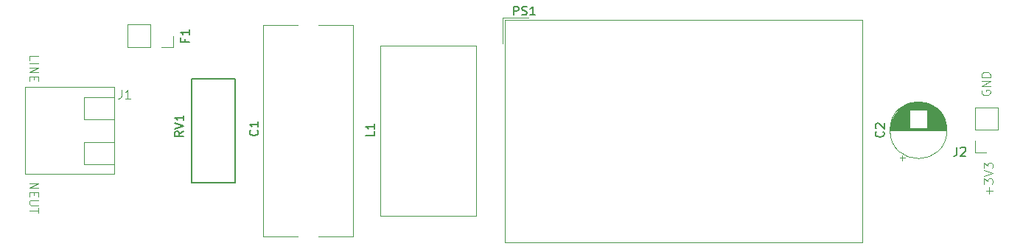
<source format=gbr>
%TF.GenerationSoftware,KiCad,Pcbnew,8.0.0*%
%TF.CreationDate,2024-12-16T23:26:22-03:00*%
%TF.ProjectId,AC220vtoDC3v3,41433232-3076-4746-9f44-433376332e6b,rev?*%
%TF.SameCoordinates,Original*%
%TF.FileFunction,Legend,Top*%
%TF.FilePolarity,Positive*%
%FSLAX46Y46*%
G04 Gerber Fmt 4.6, Leading zero omitted, Abs format (unit mm)*
G04 Created by KiCad (PCBNEW 8.0.0) date 2024-12-16 23:26:22*
%MOMM*%
%LPD*%
G01*
G04 APERTURE LIST*
%ADD10C,0.100000*%
%ADD11C,0.150000*%
%ADD12C,0.120000*%
G04 APERTURE END LIST*
D10*
X47487580Y-51993884D02*
X48487580Y-51993884D01*
X48487580Y-51993884D02*
X47487580Y-52565312D01*
X47487580Y-52565312D02*
X48487580Y-52565312D01*
X48011390Y-53041503D02*
X48011390Y-53374836D01*
X47487580Y-53517693D02*
X47487580Y-53041503D01*
X47487580Y-53041503D02*
X48487580Y-53041503D01*
X48487580Y-53041503D02*
X48487580Y-53517693D01*
X48487580Y-53946265D02*
X47678057Y-53946265D01*
X47678057Y-53946265D02*
X47582819Y-53993884D01*
X47582819Y-53993884D02*
X47535200Y-54041503D01*
X47535200Y-54041503D02*
X47487580Y-54136741D01*
X47487580Y-54136741D02*
X47487580Y-54327217D01*
X47487580Y-54327217D02*
X47535200Y-54422455D01*
X47535200Y-54422455D02*
X47582819Y-54470074D01*
X47582819Y-54470074D02*
X47678057Y-54517693D01*
X47678057Y-54517693D02*
X48487580Y-54517693D01*
X48487580Y-54851027D02*
X48487580Y-55422455D01*
X47487580Y-55136741D02*
X48487580Y-55136741D01*
X47487580Y-37890074D02*
X47487580Y-37413884D01*
X47487580Y-37413884D02*
X48487580Y-37413884D01*
X47487580Y-38223408D02*
X48487580Y-38223408D01*
X47487580Y-38699598D02*
X48487580Y-38699598D01*
X48487580Y-38699598D02*
X47487580Y-39271026D01*
X47487580Y-39271026D02*
X48487580Y-39271026D01*
X48011390Y-39747217D02*
X48011390Y-40080550D01*
X47487580Y-40223407D02*
X47487580Y-39747217D01*
X47487580Y-39747217D02*
X48487580Y-39747217D01*
X48487580Y-39747217D02*
X48487580Y-40223407D01*
X156910038Y-41312306D02*
X156862419Y-41407544D01*
X156862419Y-41407544D02*
X156862419Y-41550401D01*
X156862419Y-41550401D02*
X156910038Y-41693258D01*
X156910038Y-41693258D02*
X157005276Y-41788496D01*
X157005276Y-41788496D02*
X157100514Y-41836115D01*
X157100514Y-41836115D02*
X157290990Y-41883734D01*
X157290990Y-41883734D02*
X157433847Y-41883734D01*
X157433847Y-41883734D02*
X157624323Y-41836115D01*
X157624323Y-41836115D02*
X157719561Y-41788496D01*
X157719561Y-41788496D02*
X157814800Y-41693258D01*
X157814800Y-41693258D02*
X157862419Y-41550401D01*
X157862419Y-41550401D02*
X157862419Y-41455163D01*
X157862419Y-41455163D02*
X157814800Y-41312306D01*
X157814800Y-41312306D02*
X157767180Y-41264687D01*
X157767180Y-41264687D02*
X157433847Y-41264687D01*
X157433847Y-41264687D02*
X157433847Y-41455163D01*
X157862419Y-40836115D02*
X156862419Y-40836115D01*
X156862419Y-40836115D02*
X157862419Y-40264687D01*
X157862419Y-40264687D02*
X156862419Y-40264687D01*
X157862419Y-39788496D02*
X156862419Y-39788496D01*
X156862419Y-39788496D02*
X156862419Y-39550401D01*
X156862419Y-39550401D02*
X156910038Y-39407544D01*
X156910038Y-39407544D02*
X157005276Y-39312306D01*
X157005276Y-39312306D02*
X157100514Y-39264687D01*
X157100514Y-39264687D02*
X157290990Y-39217068D01*
X157290990Y-39217068D02*
X157433847Y-39217068D01*
X157433847Y-39217068D02*
X157624323Y-39264687D01*
X157624323Y-39264687D02*
X157719561Y-39312306D01*
X157719561Y-39312306D02*
X157814800Y-39407544D01*
X157814800Y-39407544D02*
X157862419Y-39550401D01*
X157862419Y-39550401D02*
X157862419Y-39788496D01*
X157771466Y-53226115D02*
X157771466Y-52464211D01*
X158152419Y-52845163D02*
X157390514Y-52845163D01*
X157152419Y-52083258D02*
X157152419Y-51464211D01*
X157152419Y-51464211D02*
X157533371Y-51797544D01*
X157533371Y-51797544D02*
X157533371Y-51654687D01*
X157533371Y-51654687D02*
X157580990Y-51559449D01*
X157580990Y-51559449D02*
X157628609Y-51511830D01*
X157628609Y-51511830D02*
X157723847Y-51464211D01*
X157723847Y-51464211D02*
X157961942Y-51464211D01*
X157961942Y-51464211D02*
X158057180Y-51511830D01*
X158057180Y-51511830D02*
X158104800Y-51559449D01*
X158104800Y-51559449D02*
X158152419Y-51654687D01*
X158152419Y-51654687D02*
X158152419Y-51940401D01*
X158152419Y-51940401D02*
X158104800Y-52035639D01*
X158104800Y-52035639D02*
X158057180Y-52083258D01*
X157152419Y-51178496D02*
X158152419Y-50845163D01*
X158152419Y-50845163D02*
X157152419Y-50511830D01*
X157152419Y-50273734D02*
X157152419Y-49654687D01*
X157152419Y-49654687D02*
X157533371Y-49988020D01*
X157533371Y-49988020D02*
X157533371Y-49845163D01*
X157533371Y-49845163D02*
X157580990Y-49749925D01*
X157580990Y-49749925D02*
X157628609Y-49702306D01*
X157628609Y-49702306D02*
X157723847Y-49654687D01*
X157723847Y-49654687D02*
X157961942Y-49654687D01*
X157961942Y-49654687D02*
X158057180Y-49702306D01*
X158057180Y-49702306D02*
X158104800Y-49749925D01*
X158104800Y-49749925D02*
X158152419Y-49845163D01*
X158152419Y-49845163D02*
X158152419Y-50130877D01*
X158152419Y-50130877D02*
X158104800Y-50226115D01*
X158104800Y-50226115D02*
X158057180Y-50273734D01*
D11*
X87134819Y-46046666D02*
X87134819Y-46522856D01*
X87134819Y-46522856D02*
X86134819Y-46522856D01*
X87134819Y-45189523D02*
X87134819Y-45760951D01*
X87134819Y-45475237D02*
X86134819Y-45475237D01*
X86134819Y-45475237D02*
X86277676Y-45570475D01*
X86277676Y-45570475D02*
X86372914Y-45665713D01*
X86372914Y-45665713D02*
X86420533Y-45760951D01*
X145579580Y-46059046D02*
X145627200Y-46106665D01*
X145627200Y-46106665D02*
X145674819Y-46249522D01*
X145674819Y-46249522D02*
X145674819Y-46344760D01*
X145674819Y-46344760D02*
X145627200Y-46487617D01*
X145627200Y-46487617D02*
X145531961Y-46582855D01*
X145531961Y-46582855D02*
X145436723Y-46630474D01*
X145436723Y-46630474D02*
X145246247Y-46678093D01*
X145246247Y-46678093D02*
X145103390Y-46678093D01*
X145103390Y-46678093D02*
X144912914Y-46630474D01*
X144912914Y-46630474D02*
X144817676Y-46582855D01*
X144817676Y-46582855D02*
X144722438Y-46487617D01*
X144722438Y-46487617D02*
X144674819Y-46344760D01*
X144674819Y-46344760D02*
X144674819Y-46249522D01*
X144674819Y-46249522D02*
X144722438Y-46106665D01*
X144722438Y-46106665D02*
X144770057Y-46059046D01*
X144770057Y-45678093D02*
X144722438Y-45630474D01*
X144722438Y-45630474D02*
X144674819Y-45535236D01*
X144674819Y-45535236D02*
X144674819Y-45297141D01*
X144674819Y-45297141D02*
X144722438Y-45201903D01*
X144722438Y-45201903D02*
X144770057Y-45154284D01*
X144770057Y-45154284D02*
X144865295Y-45106665D01*
X144865295Y-45106665D02*
X144960533Y-45106665D01*
X144960533Y-45106665D02*
X145103390Y-45154284D01*
X145103390Y-45154284D02*
X145674819Y-45725712D01*
X145674819Y-45725712D02*
X145674819Y-45106665D01*
X65194819Y-46015238D02*
X64718628Y-46348571D01*
X65194819Y-46586666D02*
X64194819Y-46586666D01*
X64194819Y-46586666D02*
X64194819Y-46205714D01*
X64194819Y-46205714D02*
X64242438Y-46110476D01*
X64242438Y-46110476D02*
X64290057Y-46062857D01*
X64290057Y-46062857D02*
X64385295Y-46015238D01*
X64385295Y-46015238D02*
X64528152Y-46015238D01*
X64528152Y-46015238D02*
X64623390Y-46062857D01*
X64623390Y-46062857D02*
X64671009Y-46110476D01*
X64671009Y-46110476D02*
X64718628Y-46205714D01*
X64718628Y-46205714D02*
X64718628Y-46586666D01*
X64194819Y-45729523D02*
X65194819Y-45396190D01*
X65194819Y-45396190D02*
X64194819Y-45062857D01*
X65194819Y-44205714D02*
X65194819Y-44777142D01*
X65194819Y-44491428D02*
X64194819Y-44491428D01*
X64194819Y-44491428D02*
X64337676Y-44586666D01*
X64337676Y-44586666D02*
X64432914Y-44681904D01*
X64432914Y-44681904D02*
X64480533Y-44777142D01*
X65341009Y-35393333D02*
X65341009Y-35726666D01*
X65864819Y-35726666D02*
X64864819Y-35726666D01*
X64864819Y-35726666D02*
X64864819Y-35250476D01*
X65864819Y-34345714D02*
X65864819Y-34917142D01*
X65864819Y-34631428D02*
X64864819Y-34631428D01*
X64864819Y-34631428D02*
X65007676Y-34726666D01*
X65007676Y-34726666D02*
X65102914Y-34821904D01*
X65102914Y-34821904D02*
X65150533Y-34917142D01*
X154036666Y-47864819D02*
X154036666Y-48579104D01*
X154036666Y-48579104D02*
X153989047Y-48721961D01*
X153989047Y-48721961D02*
X153893809Y-48817200D01*
X153893809Y-48817200D02*
X153750952Y-48864819D01*
X153750952Y-48864819D02*
X153655714Y-48864819D01*
X154465238Y-47960057D02*
X154512857Y-47912438D01*
X154512857Y-47912438D02*
X154608095Y-47864819D01*
X154608095Y-47864819D02*
X154846190Y-47864819D01*
X154846190Y-47864819D02*
X154941428Y-47912438D01*
X154941428Y-47912438D02*
X154989047Y-47960057D01*
X154989047Y-47960057D02*
X155036666Y-48055295D01*
X155036666Y-48055295D02*
X155036666Y-48150533D01*
X155036666Y-48150533D02*
X154989047Y-48293390D01*
X154989047Y-48293390D02*
X154417619Y-48864819D01*
X154417619Y-48864819D02*
X155036666Y-48864819D01*
X73689580Y-45896666D02*
X73737200Y-45944285D01*
X73737200Y-45944285D02*
X73784819Y-46087142D01*
X73784819Y-46087142D02*
X73784819Y-46182380D01*
X73784819Y-46182380D02*
X73737200Y-46325237D01*
X73737200Y-46325237D02*
X73641961Y-46420475D01*
X73641961Y-46420475D02*
X73546723Y-46468094D01*
X73546723Y-46468094D02*
X73356247Y-46515713D01*
X73356247Y-46515713D02*
X73213390Y-46515713D01*
X73213390Y-46515713D02*
X73022914Y-46468094D01*
X73022914Y-46468094D02*
X72927676Y-46420475D01*
X72927676Y-46420475D02*
X72832438Y-46325237D01*
X72832438Y-46325237D02*
X72784819Y-46182380D01*
X72784819Y-46182380D02*
X72784819Y-46087142D01*
X72784819Y-46087142D02*
X72832438Y-45944285D01*
X72832438Y-45944285D02*
X72880057Y-45896666D01*
X73784819Y-44944285D02*
X73784819Y-45515713D01*
X73784819Y-45229999D02*
X72784819Y-45229999D01*
X72784819Y-45229999D02*
X72927676Y-45325237D01*
X72927676Y-45325237D02*
X73022914Y-45420475D01*
X73022914Y-45420475D02*
X73070533Y-45515713D01*
D10*
X58056666Y-41247419D02*
X58056666Y-41961704D01*
X58056666Y-41961704D02*
X58009047Y-42104561D01*
X58009047Y-42104561D02*
X57913809Y-42199800D01*
X57913809Y-42199800D02*
X57770952Y-42247419D01*
X57770952Y-42247419D02*
X57675714Y-42247419D01*
X59056666Y-42247419D02*
X58485238Y-42247419D01*
X58770952Y-42247419D02*
X58770952Y-41247419D01*
X58770952Y-41247419D02*
X58675714Y-41390276D01*
X58675714Y-41390276D02*
X58580476Y-41485514D01*
X58580476Y-41485514D02*
X58485238Y-41533133D01*
D11*
X103121964Y-32667319D02*
X103121964Y-31667319D01*
X103121964Y-31667319D02*
X103502916Y-31667319D01*
X103502916Y-31667319D02*
X103598154Y-31714938D01*
X103598154Y-31714938D02*
X103645773Y-31762557D01*
X103645773Y-31762557D02*
X103693392Y-31857795D01*
X103693392Y-31857795D02*
X103693392Y-32000652D01*
X103693392Y-32000652D02*
X103645773Y-32095890D01*
X103645773Y-32095890D02*
X103598154Y-32143509D01*
X103598154Y-32143509D02*
X103502916Y-32191128D01*
X103502916Y-32191128D02*
X103121964Y-32191128D01*
X104074345Y-32619700D02*
X104217202Y-32667319D01*
X104217202Y-32667319D02*
X104455297Y-32667319D01*
X104455297Y-32667319D02*
X104550535Y-32619700D01*
X104550535Y-32619700D02*
X104598154Y-32572080D01*
X104598154Y-32572080D02*
X104645773Y-32476842D01*
X104645773Y-32476842D02*
X104645773Y-32381604D01*
X104645773Y-32381604D02*
X104598154Y-32286366D01*
X104598154Y-32286366D02*
X104550535Y-32238747D01*
X104550535Y-32238747D02*
X104455297Y-32191128D01*
X104455297Y-32191128D02*
X104264821Y-32143509D01*
X104264821Y-32143509D02*
X104169583Y-32095890D01*
X104169583Y-32095890D02*
X104121964Y-32048271D01*
X104121964Y-32048271D02*
X104074345Y-31953033D01*
X104074345Y-31953033D02*
X104074345Y-31857795D01*
X104074345Y-31857795D02*
X104121964Y-31762557D01*
X104121964Y-31762557D02*
X104169583Y-31714938D01*
X104169583Y-31714938D02*
X104264821Y-31667319D01*
X104264821Y-31667319D02*
X104502916Y-31667319D01*
X104502916Y-31667319D02*
X104645773Y-31714938D01*
X105598154Y-32667319D02*
X105026726Y-32667319D01*
X105312440Y-32667319D02*
X105312440Y-31667319D01*
X105312440Y-31667319D02*
X105217202Y-31810176D01*
X105217202Y-31810176D02*
X105121964Y-31905414D01*
X105121964Y-31905414D02*
X105026726Y-31953033D01*
D12*
%TO.C,L1*%
X98830500Y-36188000D02*
X87794500Y-36188000D01*
X98830500Y-36188000D02*
X98830500Y-55732000D01*
X87794500Y-36188000D02*
X87794500Y-55732000D01*
X98830500Y-55732000D02*
X87794500Y-55732000D01*
%TO.C,C2*%
X152890000Y-45892380D02*
G75*
G02*
X146350000Y-45892380I-3270000J0D01*
G01*
X146350000Y-45892380D02*
G75*
G02*
X152890000Y-45892380I3270000J0D01*
G01*
X150660000Y-45652380D02*
X152842000Y-45652380D01*
X150660000Y-45612380D02*
X152838000Y-45612380D01*
X150660000Y-45572380D02*
X152835000Y-45572380D01*
X150660000Y-45532380D02*
X152831000Y-45532380D01*
X150660000Y-45492380D02*
X152826000Y-45492380D01*
X150660000Y-45452380D02*
X152821000Y-45452380D01*
X150660000Y-45412380D02*
X152815000Y-45412380D01*
X150660000Y-45372380D02*
X152809000Y-45372380D01*
X150660000Y-45332380D02*
X152802000Y-45332380D01*
X150660000Y-45292380D02*
X152795000Y-45292380D01*
X150660000Y-45252380D02*
X152787000Y-45252380D01*
X150660000Y-45212380D02*
X152779000Y-45212380D01*
X150660000Y-45171380D02*
X152770000Y-45171380D01*
X150660000Y-45131380D02*
X152761000Y-45131380D01*
X150660000Y-45091380D02*
X152751000Y-45091380D01*
X150660000Y-45051380D02*
X152741000Y-45051380D01*
X150660000Y-45011380D02*
X152730000Y-45011380D01*
X150660000Y-44971380D02*
X152718000Y-44971380D01*
X150660000Y-44931380D02*
X152706000Y-44931380D01*
X150660000Y-44891380D02*
X152694000Y-44891380D01*
X150660000Y-44851380D02*
X152681000Y-44851380D01*
X150660000Y-44811380D02*
X152667000Y-44811380D01*
X150660000Y-44771380D02*
X152653000Y-44771380D01*
X150660000Y-44731380D02*
X152638000Y-44731380D01*
X150660000Y-44691380D02*
X152622000Y-44691380D01*
X150660000Y-44651380D02*
X152606000Y-44651380D01*
X150660000Y-44611380D02*
X152590000Y-44611380D01*
X150660000Y-44571380D02*
X152572000Y-44571380D01*
X150660000Y-44531380D02*
X152554000Y-44531380D01*
X150660000Y-44491380D02*
X152536000Y-44491380D01*
X150660000Y-44451380D02*
X152516000Y-44451380D01*
X150660000Y-44411380D02*
X152496000Y-44411380D01*
X150660000Y-44371380D02*
X152476000Y-44371380D01*
X150660000Y-44331380D02*
X152454000Y-44331380D01*
X150660000Y-44291380D02*
X152432000Y-44291380D01*
X150660000Y-44251380D02*
X152410000Y-44251380D01*
X150660000Y-44211380D02*
X152386000Y-44211380D01*
X150660000Y-44171380D02*
X152362000Y-44171380D01*
X150660000Y-44131380D02*
X152336000Y-44131380D01*
X150660000Y-44091380D02*
X152310000Y-44091380D01*
X150660000Y-44051380D02*
X152284000Y-44051380D01*
X150660000Y-44011380D02*
X152256000Y-44011380D01*
X150660000Y-43971380D02*
X152227000Y-43971380D01*
X150660000Y-43931380D02*
X152198000Y-43931380D01*
X150660000Y-43891380D02*
X152168000Y-43891380D01*
X150660000Y-43851380D02*
X152136000Y-43851380D01*
X150660000Y-43811380D02*
X152104000Y-43811380D01*
X150660000Y-43771380D02*
X152070000Y-43771380D01*
X150660000Y-43731380D02*
X152036000Y-43731380D01*
X150660000Y-43691380D02*
X152000000Y-43691380D01*
X150660000Y-43651380D02*
X151963000Y-43651380D01*
X150660000Y-43611380D02*
X151925000Y-43611380D01*
X149218000Y-42651380D02*
X150022000Y-42651380D01*
X148987000Y-42691380D02*
X150253000Y-42691380D01*
X148818000Y-42731380D02*
X150422000Y-42731380D01*
X148680000Y-42771380D02*
X150560000Y-42771380D01*
X148561000Y-42811380D02*
X150679000Y-42811380D01*
X148455000Y-42851380D02*
X150785000Y-42851380D01*
X148358000Y-42891380D02*
X150882000Y-42891380D01*
X148270000Y-42931380D02*
X150970000Y-42931380D01*
X148188000Y-42971380D02*
X151052000Y-42971380D01*
X148111000Y-43011380D02*
X151129000Y-43011380D01*
X148039000Y-43051380D02*
X151201000Y-43051380D01*
X147970000Y-43091380D02*
X151270000Y-43091380D01*
X147906000Y-43131380D02*
X151334000Y-43131380D01*
X147844000Y-43171380D02*
X151396000Y-43171380D01*
X147786000Y-43211380D02*
X151454000Y-43211380D01*
X147781000Y-49392621D02*
X147781000Y-48762621D01*
X147730000Y-43251380D02*
X151510000Y-43251380D01*
X147676000Y-43291380D02*
X151564000Y-43291380D01*
X147625000Y-43331380D02*
X151615000Y-43331380D01*
X147576000Y-43371380D02*
X151664000Y-43371380D01*
X147528000Y-43411380D02*
X151712000Y-43411380D01*
X147483000Y-43451380D02*
X151757000Y-43451380D01*
X147466000Y-49077621D02*
X148096000Y-49077621D01*
X147438000Y-43491380D02*
X151802000Y-43491380D01*
X147396000Y-43531380D02*
X151844000Y-43531380D01*
X147355000Y-43571380D02*
X151885000Y-43571380D01*
X147315000Y-43611380D02*
X148580000Y-43611380D01*
X147277000Y-43651380D02*
X148580000Y-43651380D01*
X147240000Y-43691380D02*
X148580000Y-43691380D01*
X147204000Y-43731380D02*
X148580000Y-43731380D01*
X147170000Y-43771380D02*
X148580000Y-43771380D01*
X147136000Y-43811380D02*
X148580000Y-43811380D01*
X147104000Y-43851380D02*
X148580000Y-43851380D01*
X147072000Y-43891380D02*
X148580000Y-43891380D01*
X147042000Y-43931380D02*
X148580000Y-43931380D01*
X147013000Y-43971380D02*
X148580000Y-43971380D01*
X146984000Y-44011380D02*
X148580000Y-44011380D01*
X146956000Y-44051380D02*
X148580000Y-44051380D01*
X146930000Y-44091380D02*
X148580000Y-44091380D01*
X146904000Y-44131380D02*
X148580000Y-44131380D01*
X146878000Y-44171380D02*
X148580000Y-44171380D01*
X146854000Y-44211380D02*
X148580000Y-44211380D01*
X146830000Y-44251380D02*
X148580000Y-44251380D01*
X146808000Y-44291380D02*
X148580000Y-44291380D01*
X146786000Y-44331380D02*
X148580000Y-44331380D01*
X146764000Y-44371380D02*
X148580000Y-44371380D01*
X146744000Y-44411380D02*
X148580000Y-44411380D01*
X146724000Y-44451380D02*
X148580000Y-44451380D01*
X146704000Y-44491380D02*
X148580000Y-44491380D01*
X146686000Y-44531380D02*
X148580000Y-44531380D01*
X146668000Y-44571380D02*
X148580000Y-44571380D01*
X146650000Y-44611380D02*
X148580000Y-44611380D01*
X146634000Y-44651380D02*
X148580000Y-44651380D01*
X146618000Y-44691380D02*
X148580000Y-44691380D01*
X146602000Y-44731380D02*
X148580000Y-44731380D01*
X146587000Y-44771380D02*
X148580000Y-44771380D01*
X146573000Y-44811380D02*
X148580000Y-44811380D01*
X146559000Y-44851380D02*
X148580000Y-44851380D01*
X146546000Y-44891380D02*
X148580000Y-44891380D01*
X146534000Y-44931380D02*
X148580000Y-44931380D01*
X146522000Y-44971380D02*
X148580000Y-44971380D01*
X146510000Y-45011380D02*
X148580000Y-45011380D01*
X146499000Y-45051380D02*
X148580000Y-45051380D01*
X146489000Y-45091380D02*
X148580000Y-45091380D01*
X146479000Y-45131380D02*
X148580000Y-45131380D01*
X146470000Y-45171380D02*
X148580000Y-45171380D01*
X146461000Y-45212380D02*
X148580000Y-45212380D01*
X146453000Y-45252380D02*
X148580000Y-45252380D01*
X146445000Y-45292380D02*
X148580000Y-45292380D01*
X146438000Y-45332380D02*
X148580000Y-45332380D01*
X146431000Y-45372380D02*
X148580000Y-45372380D01*
X146425000Y-45412380D02*
X148580000Y-45412380D01*
X146419000Y-45452380D02*
X148580000Y-45452380D01*
X146414000Y-45492380D02*
X148580000Y-45492380D01*
X146409000Y-45532380D02*
X148580000Y-45532380D01*
X146405000Y-45572380D02*
X148580000Y-45572380D01*
X146402000Y-45612380D02*
X148580000Y-45612380D01*
X146398000Y-45652380D02*
X148580000Y-45652380D01*
X146396000Y-45692380D02*
X152844000Y-45692380D01*
X146393000Y-45732380D02*
X152847000Y-45732380D01*
X146392000Y-45772380D02*
X152848000Y-45772380D01*
X146390000Y-45892380D02*
X152850000Y-45892380D01*
X146390000Y-45852380D02*
X152850000Y-45852380D01*
X146390000Y-45812380D02*
X152850000Y-45812380D01*
D11*
%TO.C,RV1*%
X71140000Y-51960000D02*
X71140000Y-39960000D01*
X66140000Y-51960000D02*
X71140000Y-51960000D01*
X66140000Y-51960000D02*
X66140000Y-39960000D01*
X66140000Y-39960000D02*
X71140000Y-39960000D01*
D12*
%TO.C,F1*%
X58770000Y-33730000D02*
X58770000Y-36390000D01*
X61370000Y-33730000D02*
X58770000Y-33730000D01*
X61370000Y-33730000D02*
X61370000Y-36390000D01*
X61370000Y-36390000D02*
X58770000Y-36390000D01*
X63970000Y-35060000D02*
X63970000Y-36390000D01*
X63970000Y-36390000D02*
X62640000Y-36390000D01*
%TO.C,J2*%
X158760000Y-45870000D02*
X158760000Y-43270000D01*
X158760000Y-45870000D02*
X156100000Y-45870000D01*
X158760000Y-43270000D02*
X156100000Y-43270000D01*
X157430000Y-48470000D02*
X156100000Y-48470000D01*
X156100000Y-48470000D02*
X156100000Y-47140000D01*
X156100000Y-45870000D02*
X156100000Y-43270000D01*
%TO.C,C1*%
X74353750Y-33840000D02*
X74353750Y-58080000D01*
X78338750Y-33840000D02*
X74353750Y-33840000D01*
X78338750Y-58080000D02*
X74353750Y-58080000D01*
X84693750Y-33840000D02*
X80708750Y-33840000D01*
X84693750Y-33840000D02*
X84693750Y-58080000D01*
X84693750Y-58080000D02*
X80708750Y-58080000D01*
%TO.C,J1*%
D10*
X57260000Y-44670000D02*
X53760000Y-44670000D01*
X53760000Y-42130000D01*
X57260000Y-42130000D01*
X57260000Y-44670000D01*
X57260000Y-49790000D02*
X53760000Y-49790000D01*
X53760000Y-47250000D01*
X57260000Y-47250000D01*
X57260000Y-49790000D01*
X57260000Y-50960000D02*
X46960000Y-50960000D01*
X46960000Y-40960000D01*
X57260000Y-40960000D01*
X57260000Y-50960000D01*
D12*
%TO.C,PS1*%
X143196250Y-33192500D02*
X143196250Y-58812500D01*
X102076250Y-58812500D02*
X143196250Y-58812500D01*
X102076250Y-33192500D02*
X143196250Y-33192500D01*
X102076250Y-33192500D02*
X102076250Y-58812500D01*
X101836250Y-35952500D02*
X101836250Y-32952500D01*
X101836250Y-32952500D02*
X104836250Y-32952500D01*
%TD*%
M02*

</source>
